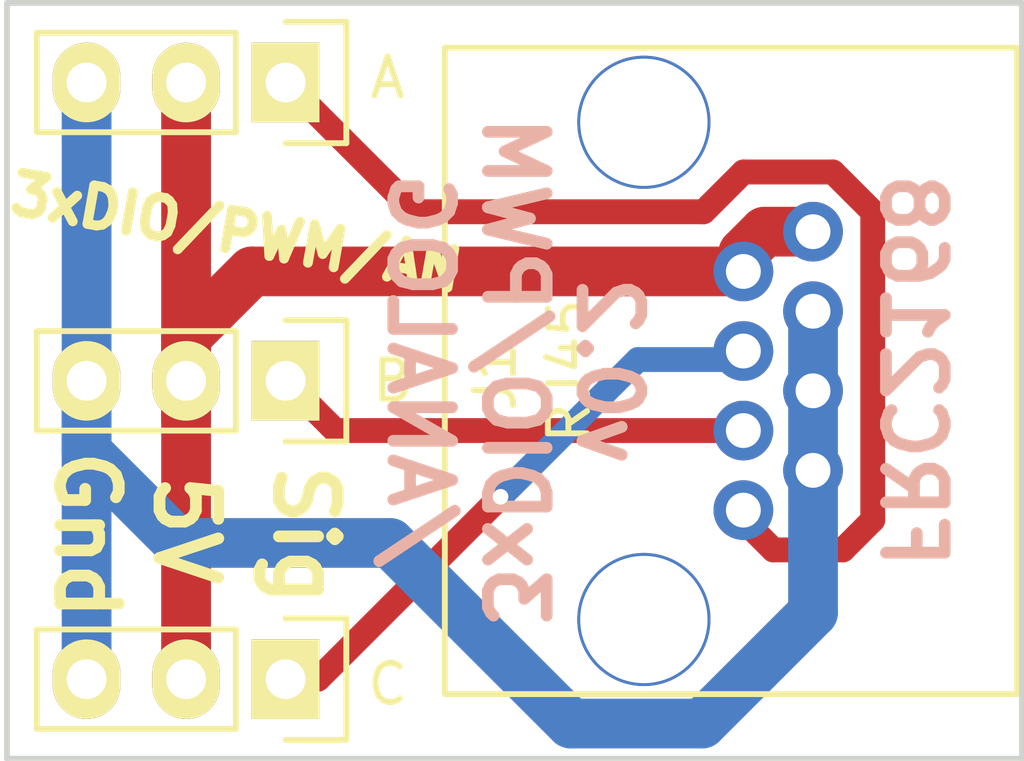
<source format=kicad_pcb>
(kicad_pcb (version 4) (host pcbnew 4.0.5)

  (general
    (links 12)
    (no_connects 0)
    (area 137.592999 94.412999 163.651001 113.867001)
    (thickness 1.6)
    (drawings 10)
    (tracks 39)
    (zones 0)
    (modules 4)
    (nets 6)
  )

  (page A4)
  (layers
    (0 F.Cu signal)
    (31 B.Cu signal)
    (32 B.Adhes user)
    (33 F.Adhes user)
    (34 B.Paste user)
    (35 F.Paste user)
    (36 B.SilkS user)
    (37 F.SilkS user)
    (38 B.Mask user)
    (39 F.Mask user)
    (40 Dwgs.User user)
    (41 Cmts.User user)
    (42 Eco1.User user)
    (43 Eco2.User user)
    (44 Edge.Cuts user)
    (45 Margin user)
    (46 B.CrtYd user)
    (47 F.CrtYd user)
    (48 B.Fab user)
    (49 F.Fab user)
  )

  (setup
    (last_trace_width 0.25)
    (trace_clearance 0.2)
    (zone_clearance 0.508)
    (zone_45_only no)
    (trace_min 0.1524)
    (segment_width 0.2)
    (edge_width 0.15)
    (via_size 0.6)
    (via_drill 0.4)
    (via_min_size 0.6)
    (via_min_drill 0.4)
    (uvia_size 0.3)
    (uvia_drill 0.1)
    (uvias_allowed no)
    (uvia_min_size 0)
    (uvia_min_drill 0)
    (pcb_text_width 0.3)
    (pcb_text_size 1.5 1.5)
    (mod_edge_width 0.15)
    (mod_text_size 1 1)
    (mod_text_width 0.15)
    (pad_size 1.524 1.524)
    (pad_drill 0.762)
    (pad_to_mask_clearance 0.2)
    (aux_axis_origin 0 0)
    (visible_elements 7FFFFF7F)
    (pcbplotparams
      (layerselection 0x00030_80000001)
      (usegerberextensions false)
      (excludeedgelayer true)
      (linewidth 0.100000)
      (plotframeref false)
      (viasonmask false)
      (mode 1)
      (useauxorigin false)
      (hpglpennumber 1)
      (hpglpenspeed 20)
      (hpglpendiameter 15)
      (hpglpenoverlay 2)
      (psnegative false)
      (psa4output false)
      (plotreference true)
      (plotvalue true)
      (plotinvisibletext false)
      (padsonsilk false)
      (subtractmaskfromsilk false)
      (outputformat 1)
      (mirror false)
      (drillshape 1)
      (scaleselection 1)
      (outputdirectory ""))
  )

  (net 0 "")
  (net 1 +5V)
  (net 2 sig1)
  (net 3 sig2)
  (net 4 sig3)
  (net 5 GND)

  (net_class Default "This is the default net class."
    (clearance 0.2)
    (trace_width 0.25)
    (via_dia 0.6)
    (via_drill 0.4)
    (uvia_dia 0.3)
    (uvia_drill 0.1)
  )

  (net_class Power ""
    (clearance 0.15)
    (trace_width 1.27)
    (via_dia 0.6)
    (via_drill 0.4)
    (uvia_dia 0.3)
    (uvia_drill 0.1)
    (add_net +5V)
    (add_net GND)
  )

  (net_class Signal ""
    (clearance 0.15)
    (trace_width 0.635)
    (via_dia 0.6)
    (via_drill 0.4)
    (uvia_dia 0.3)
    (uvia_drill 0.1)
    (add_net sig1)
    (add_net sig2)
    (add_net sig3)
  )

  (module RJ45:EJ45_RJHSE-5080 (layer F.Cu) (tedit 58771648) (tstamp 58786697)
    (at 153.924 97.536 270)
    (path /5806A012)
    (fp_text reference J1 (at 6.51002 3.79476 270) (layer F.SilkS)
      (effects (font (size 1 1) (thickness 0.15)))
    )
    (fp_text value RJ45 (at 6.62178 -8.3312 270) (layer F.Fab)
      (effects (font (size 1 1) (thickness 0.15)))
    )
    (fp_text user RJ45 (at 6.35 1.905 270) (layer F.SilkS)
      (effects (font (size 1 1) (thickness 0.15)))
    )
    (fp_line (start 14.605 5.08) (end -1.905 5.08) (layer F.SilkS) (width 0.15))
    (fp_line (start -1.905 5.08) (end -1.905 -9.525) (layer F.SilkS) (width 0.15))
    (fp_line (start -1.905 -9.525) (end 14.605 -9.525) (layer F.SilkS) (width 0.15))
    (fp_line (start 14.605 -9.525) (end 14.605 5.08) (layer F.SilkS) (width 0.15))
    (pad 8 thru_hole circle (at 2.794 -4.318 270) (size 1.524 1.524) (drill 0.89) (layers *.Cu *.Mask)
      (net 1 +5V))
    (pad 7 thru_hole circle (at 3.81 -2.54 270) (size 1.524 1.524) (drill 0.89) (layers *.Cu *.Mask)
      (net 1 +5V))
    (pad 6 thru_hole circle (at 4.826 -4.318 270) (size 1.524 1.524) (drill 0.89) (layers *.Cu *.Mask)
      (net 5 GND))
    (pad 4 thru_hole circle (at 6.858 -4.318 270) (size 1.524 1.524) (drill 0.89) (layers *.Cu *.Mask)
      (net 5 GND))
    (pad 2 thru_hole circle (at 8.89 -4.318 270) (size 1.524 1.524) (drill 0.89) (layers *.Cu *.Mask)
      (net 5 GND))
    (pad 5 thru_hole circle (at 5.842 -2.54 270) (size 1.524 1.524) (drill 0.89) (layers *.Cu *.Mask)
      (net 4 sig3))
    (pad 3 thru_hole circle (at 7.874 -2.54 270) (size 1.524 1.524) (drill 0.89) (layers *.Cu *.Mask)
      (net 3 sig2))
    (pad 1 thru_hole circle (at 9.906 -2.54 270) (size 1.524 1.524) (drill 0.89) (layers *.Cu *.Mask)
      (net 2 sig1))
    (pad "" thru_hole circle (at 0 0 270) (size 3.4 3.4) (drill 3.25) (layers *.Cu *.Mask))
    (pad "" thru_hole circle (at 12.7 0 270) (size 3.4 3.4) (drill 3.25) (layers *.Cu *.Mask))
  )

  (module Pin_Headers:Pin_Header_Straight_1x03 (layer F.Cu) (tedit 587A4B1C) (tstamp 5806A8AB)
    (at 144.78 96.52 270)
    (descr "Through hole pin header")
    (tags "pin header")
    (path /5806A2A4)
    (fp_text reference A (at -0.127 -2.6035 360) (layer F.SilkS)
      (effects (font (size 1 1) (thickness 0.15)))
    )
    (fp_text value CONN_01X03 (at 0 -3.1 270) (layer F.Fab) hide
      (effects (font (size 1 1) (thickness 0.15)))
    )
    (fp_line (start -1.75 -1.75) (end -1.75 6.85) (layer F.CrtYd) (width 0.05))
    (fp_line (start 1.75 -1.75) (end 1.75 6.85) (layer F.CrtYd) (width 0.05))
    (fp_line (start -1.75 -1.75) (end 1.75 -1.75) (layer F.CrtYd) (width 0.05))
    (fp_line (start -1.75 6.85) (end 1.75 6.85) (layer F.CrtYd) (width 0.05))
    (fp_line (start -1.27 1.27) (end -1.27 6.35) (layer F.SilkS) (width 0.15))
    (fp_line (start -1.27 6.35) (end 1.27 6.35) (layer F.SilkS) (width 0.15))
    (fp_line (start 1.27 6.35) (end 1.27 1.27) (layer F.SilkS) (width 0.15))
    (fp_line (start 1.55 -1.55) (end 1.55 0) (layer F.SilkS) (width 0.15))
    (fp_line (start 1.27 1.27) (end -1.27 1.27) (layer F.SilkS) (width 0.15))
    (fp_line (start -1.55 0) (end -1.55 -1.55) (layer F.SilkS) (width 0.15))
    (fp_line (start -1.55 -1.55) (end 1.55 -1.55) (layer F.SilkS) (width 0.15))
    (pad 1 thru_hole rect (at 0 0 270) (size 2.032 1.7272) (drill 1.016) (layers *.Cu *.Mask F.SilkS)
      (net 2 sig1))
    (pad 2 thru_hole oval (at 0 2.54 270) (size 2.032 1.7272) (drill 1.016) (layers *.Cu *.Mask F.SilkS)
      (net 1 +5V))
    (pad 3 thru_hole oval (at 0 5.08 270) (size 2.032 1.7272) (drill 1.016) (layers *.Cu *.Mask F.SilkS)
      (net 5 GND))
    (model Pin_Headers.3dshapes/Pin_Header_Straight_1x03.wrl
      (at (xyz 0 -0.1 0))
      (scale (xyz 1 1 1))
      (rotate (xyz 0 0 90))
    )
  )

  (module Pin_Headers:Pin_Header_Straight_1x03 (layer F.Cu) (tedit 587A4B22) (tstamp 5806A8B2)
    (at 144.78 104.14 270)
    (descr "Through hole pin header")
    (tags "pin header")
    (path /5806A1A1)
    (fp_text reference B (at 0 -2.7305 360) (layer F.SilkS)
      (effects (font (size 1 1) (thickness 0.15)))
    )
    (fp_text value CONN_01X03 (at 0 -3.1 270) (layer F.Fab) hide
      (effects (font (size 1 1) (thickness 0.15)))
    )
    (fp_line (start -1.75 -1.75) (end -1.75 6.85) (layer F.CrtYd) (width 0.05))
    (fp_line (start 1.75 -1.75) (end 1.75 6.85) (layer F.CrtYd) (width 0.05))
    (fp_line (start -1.75 -1.75) (end 1.75 -1.75) (layer F.CrtYd) (width 0.05))
    (fp_line (start -1.75 6.85) (end 1.75 6.85) (layer F.CrtYd) (width 0.05))
    (fp_line (start -1.27 1.27) (end -1.27 6.35) (layer F.SilkS) (width 0.15))
    (fp_line (start -1.27 6.35) (end 1.27 6.35) (layer F.SilkS) (width 0.15))
    (fp_line (start 1.27 6.35) (end 1.27 1.27) (layer F.SilkS) (width 0.15))
    (fp_line (start 1.55 -1.55) (end 1.55 0) (layer F.SilkS) (width 0.15))
    (fp_line (start 1.27 1.27) (end -1.27 1.27) (layer F.SilkS) (width 0.15))
    (fp_line (start -1.55 0) (end -1.55 -1.55) (layer F.SilkS) (width 0.15))
    (fp_line (start -1.55 -1.55) (end 1.55 -1.55) (layer F.SilkS) (width 0.15))
    (pad 1 thru_hole rect (at 0 0 270) (size 2.032 1.7272) (drill 1.016) (layers *.Cu *.Mask F.SilkS)
      (net 3 sig2))
    (pad 2 thru_hole oval (at 0 2.54 270) (size 2.032 1.7272) (drill 1.016) (layers *.Cu *.Mask F.SilkS)
      (net 1 +5V))
    (pad 3 thru_hole oval (at 0 5.08 270) (size 2.032 1.7272) (drill 1.016) (layers *.Cu *.Mask F.SilkS)
      (net 5 GND))
    (model Pin_Headers.3dshapes/Pin_Header_Straight_1x03.wrl
      (at (xyz 0 -0.1 0))
      (scale (xyz 1 1 1))
      (rotate (xyz 0 0 90))
    )
  )

  (module Pin_Headers:Pin_Header_Straight_1x03 (layer F.Cu) (tedit 587A4B27) (tstamp 5806A8B9)
    (at 144.78 111.76 270)
    (descr "Through hole pin header")
    (tags "pin header")
    (path /5806A2DD)
    (fp_text reference C (at 0.127 -2.6035 360) (layer F.SilkS)
      (effects (font (size 1 1) (thickness 0.15)))
    )
    (fp_text value CONN_01X03 (at 0 -3.1 270) (layer F.Fab) hide
      (effects (font (size 1 1) (thickness 0.15)))
    )
    (fp_line (start -1.75 -1.75) (end -1.75 6.85) (layer F.CrtYd) (width 0.05))
    (fp_line (start 1.75 -1.75) (end 1.75 6.85) (layer F.CrtYd) (width 0.05))
    (fp_line (start -1.75 -1.75) (end 1.75 -1.75) (layer F.CrtYd) (width 0.05))
    (fp_line (start -1.75 6.85) (end 1.75 6.85) (layer F.CrtYd) (width 0.05))
    (fp_line (start -1.27 1.27) (end -1.27 6.35) (layer F.SilkS) (width 0.15))
    (fp_line (start -1.27 6.35) (end 1.27 6.35) (layer F.SilkS) (width 0.15))
    (fp_line (start 1.27 6.35) (end 1.27 1.27) (layer F.SilkS) (width 0.15))
    (fp_line (start 1.55 -1.55) (end 1.55 0) (layer F.SilkS) (width 0.15))
    (fp_line (start 1.27 1.27) (end -1.27 1.27) (layer F.SilkS) (width 0.15))
    (fp_line (start -1.55 0) (end -1.55 -1.55) (layer F.SilkS) (width 0.15))
    (fp_line (start -1.55 -1.55) (end 1.55 -1.55) (layer F.SilkS) (width 0.15))
    (pad 1 thru_hole rect (at 0 0 270) (size 2.032 1.7272) (drill 1.016) (layers *.Cu *.Mask F.SilkS)
      (net 4 sig3))
    (pad 2 thru_hole oval (at 0 2.54 270) (size 2.032 1.7272) (drill 1.016) (layers *.Cu *.Mask F.SilkS)
      (net 1 +5V))
    (pad 3 thru_hole oval (at 0 5.08 270) (size 2.032 1.7272) (drill 1.016) (layers *.Cu *.Mask F.SilkS)
      (net 5 GND))
    (model Pin_Headers.3dshapes/Pin_Header_Straight_1x03.wrl
      (at (xyz 0 -0.1 0))
      (scale (xyz 1 1 1))
      (rotate (xyz 0 0 90))
    )
  )

  (gr_text "v0.2\n3xDIO/PWM\n/ANALOG" (at 150.622 103.886 270) (layer B.SilkS)
    (effects (font (size 1.5 1.5) (thickness 0.3)) (justify mirror))
  )
  (gr_text FRC2168 (at 160.782 103.886 270) (layer B.SilkS)
    (effects (font (size 1.5 1.5) (thickness 0.3)) (justify mirror))
  )
  (gr_text 3xDIO/PWM/AN (at 137.668 99.314 350) (layer F.SilkS)
    (effects (font (size 1 1) (thickness 0.25)) (justify left))
  )
  (gr_text Sig (at 145.288 108.077 270) (layer F.SilkS)
    (effects (font (size 1.5 1.5) (thickness 0.3)))
  )
  (gr_text 5V (at 142.24 107.95 270) (layer F.SilkS)
    (effects (font (size 1.5 1.5) (thickness 0.3)))
  )
  (gr_text Gnd (at 139.7 108.077 270) (layer F.SilkS)
    (effects (font (size 1.5 1.5) (thickness 0.3)))
  )
  (gr_line (start 137.668 113.792) (end 137.668 94.488) (angle 90) (layer Edge.Cuts) (width 0.15))
  (gr_line (start 163.576 113.792) (end 137.668 113.792) (angle 90) (layer Edge.Cuts) (width 0.15))
  (gr_line (start 163.576 94.488) (end 163.576 113.792) (angle 90) (layer Edge.Cuts) (width 0.15))
  (gr_line (start 137.668 94.488) (end 163.576 94.488) (angle 90) (layer Edge.Cuts) (width 0.15))

  (segment (start 156.464 101.346) (end 156.464 100.86848) (width 1.27) (layer F.Cu) (net 1) (status C00000))
  (segment (start 156.464 100.86848) (end 157.00248 100.33) (width 1.27) (layer F.Cu) (net 1) (tstamp 587A4874) (status 400000))
  (segment (start 157.00248 100.33) (end 158.242 100.33) (width 1.27) (layer F.Cu) (net 1) (tstamp 587A4875) (status 800000))
  (segment (start 142.24 104.14) (end 142.24 103.0224) (width 1.27) (layer F.Cu) (net 1) (status 400000))
  (segment (start 143.9164 101.346) (end 156.464 101.346) (width 1.27) (layer F.Cu) (net 1) (tstamp 587A4870) (status 800000))
  (segment (start 142.24 103.0224) (end 143.9164 101.346) (width 1.27) (layer F.Cu) (net 1) (tstamp 587A486D))
  (segment (start 142.24 105.156) (end 142.24 104.14) (width 1.27) (layer F.Cu) (net 1) (tstamp 58786952))
  (segment (start 142.24 104.14) (end 142.24 111.76) (width 1.27) (layer F.Cu) (net 1))
  (segment (start 142.24 96.52) (end 142.24 104.14) (width 1.27) (layer F.Cu) (net 1))
  (segment (start 156.464 107.442) (end 156.464 107.696) (width 0.635) (layer F.Cu) (net 2))
  (segment (start 156.464 107.696) (end 157.226 108.458) (width 0.635) (layer F.Cu) (net 2) (tstamp 587A47B7))
  (segment (start 157.226 108.458) (end 159.004 108.458) (width 0.635) (layer F.Cu) (net 2) (tstamp 587A47BE))
  (segment (start 159.004 108.458) (end 159.766 107.696) (width 0.635) (layer F.Cu) (net 2) (tstamp 587A47BF))
  (segment (start 159.766 107.696) (end 159.766 99.822) (width 0.635) (layer F.Cu) (net 2) (tstamp 587A47C1))
  (segment (start 159.766 99.822) (end 158.75 98.806) (width 0.635) (layer F.Cu) (net 2) (tstamp 587A47C6))
  (segment (start 158.75 98.806) (end 156.464 98.806) (width 0.635) (layer F.Cu) (net 2) (tstamp 587A47C8))
  (segment (start 156.464 98.806) (end 155.448 99.822) (width 0.635) (layer F.Cu) (net 2) (tstamp 587A47C9))
  (segment (start 155.448 99.822) (end 148.082 99.822) (width 0.635) (layer F.Cu) (net 2) (tstamp 587A47CC))
  (segment (start 148.082 99.822) (end 144.78 96.52) (width 0.635) (layer F.Cu) (net 2) (tstamp 587A47CF))
  (segment (start 156.464 105.41) (end 146.05 105.41) (width 0.635) (layer F.Cu) (net 3))
  (segment (start 146.05 105.41) (end 144.78 104.14) (width 0.635) (layer F.Cu) (net 3) (tstamp 587A47D4))
  (segment (start 156.464 105.41) (end 156.083 105.41) (width 0.635) (layer B.Cu) (net 3))
  (segment (start 144.78 111.76) (end 145.60804 111.76) (width 0.635) (layer F.Cu) (net 4) (status C00000))
  (segment (start 145.60804 111.76) (end 150.2664 107.10164) (width 0.635) (layer F.Cu) (net 4) (tstamp 587A4928) (status 400000))
  (via (at 150.2664 107.10164) (size 0.6) (drill 0.4) (layers F.Cu B.Cu) (net 4))
  (segment (start 150.2664 107.10164) (end 153.7716 103.59644) (width 0.635) (layer B.Cu) (net 4) (tstamp 587A492C))
  (segment (start 153.7716 103.59644) (end 156.24556 103.59644) (width 0.635) (layer B.Cu) (net 4) (tstamp 587A492D) (status 800000))
  (segment (start 156.24556 103.59644) (end 156.464 103.378) (width 0.635) (layer B.Cu) (net 4) (tstamp 587A492E) (status C00000))
  (segment (start 139.7 104.14) (end 139.7 96.52) (width 1.27) (layer B.Cu) (net 5) (status C00000))
  (segment (start 139.7 111.76) (end 139.7 104.14) (width 1.27) (layer B.Cu) (net 5) (status C00000))
  (segment (start 139.7 104.14) (end 139.7 105.9434) (width 1.27) (layer B.Cu) (net 5) (status 400000))
  (segment (start 158.242 110.0582) (end 158.242 106.426) (width 1.27) (layer B.Cu) (net 5) (tstamp 587A48FE) (status 800000))
  (segment (start 155.40736 112.89284) (end 158.242 110.0582) (width 1.27) (layer B.Cu) (net 5) (tstamp 587A48FB))
  (segment (start 152.05964 112.89284) (end 155.40736 112.89284) (width 1.27) (layer B.Cu) (net 5) (tstamp 587A48F6))
  (segment (start 147.447 108.2802) (end 152.05964 112.89284) (width 1.27) (layer B.Cu) (net 5) (tstamp 587A48F0))
  (segment (start 142.0368 108.2802) (end 147.447 108.2802) (width 1.27) (layer B.Cu) (net 5) (tstamp 587A48E5))
  (segment (start 139.7 105.9434) (end 142.0368 108.2802) (width 1.27) (layer B.Cu) (net 5) (tstamp 587A48E3))
  (segment (start 158.242 104.394) (end 158.242 106.426) (width 1.27) (layer B.Cu) (net 5) (status C00000))
  (segment (start 158.242 102.362) (end 158.242 104.394) (width 1.27) (layer B.Cu) (net 5))

)

</source>
